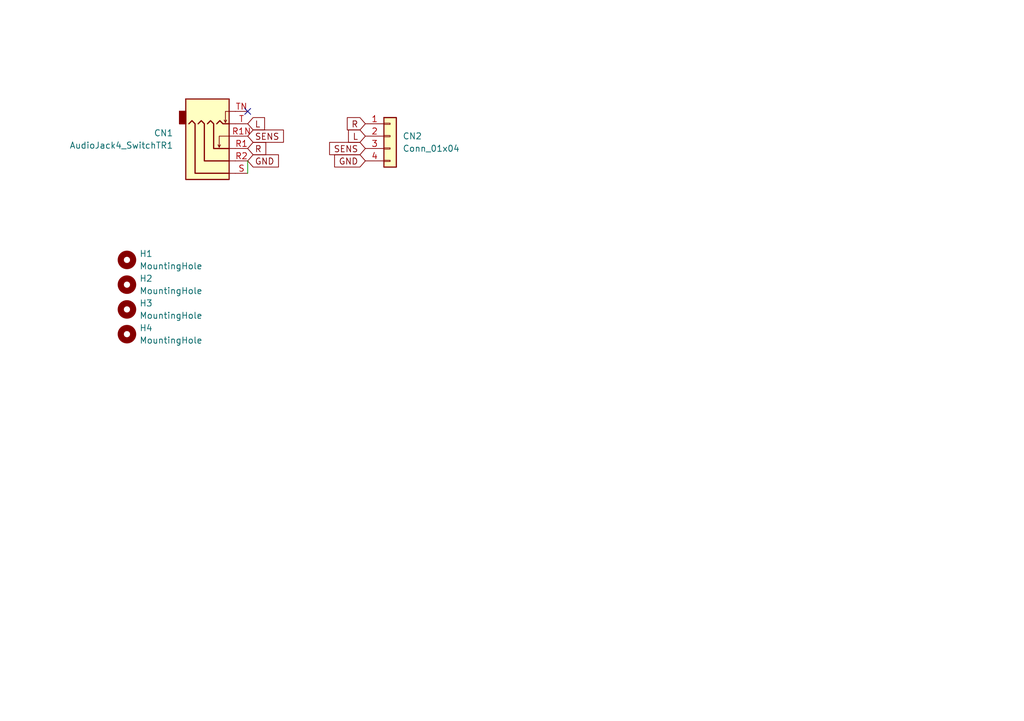
<source format=kicad_sch>
(kicad_sch (version 20231120) (generator "eeschema") (generator_version "8.0")
  (paper "A5")
  (lib_symbols
    (symbol "Connector:AudioJack4_SwitchTR1"
      (property "Reference" "J" (at 0 11.43 0))
      (property "Value" "AudioJack4_SwitchTR1" (at 0 8.89 0))
      (symbol "AudioJack4_SwitchTR1_0_1"
        (rectangle (start -7.62 -5.08) (end -8.89 -7.62) (stroke (width 0.254)) (fill (type outline)))
        (polyline (pts (xy 1.27 -5.08) (xy 2.54 -5.08)))
        (polyline (pts (xy 1.27 2.54) (xy 2.54 2.54)))
        (polyline (pts (xy 2.54 0) (xy 1.27 0)))
        (polyline (pts (xy 2.54 5.08) (xy 1.27 5.08)))
        (rectangle (start 1.27 6.35) (end -7.62 -10.16) (stroke (width 0.254)) (fill (type background)))
      )
      (symbol "AudioJack4_SwitchTR1_1_1"
        (polyline (pts (xy -0.762 -0.254) (xy -0.508 -0.762)))
        (polyline (pts (xy 0.508 -5.334) (xy 0.762 -5.842)))
        (polyline (pts (xy -1.27 -5.08) (xy -0.635 -5.715) (xy 0 -5.08) (xy 1.27 -5.08)) (stroke (width 0.254)))
        (polyline (pts (xy 2.54 -7.62) (xy 0.508 -7.62) (xy 0.508 -5.334) (xy 0.254 -5.842)))
        (polyline (pts (xy 2.54 -2.54) (xy -0.762 -2.54) (xy -0.762 -0.254) (xy -1.016 -0.762)))
        (polyline (pts (xy -3.175 -5.08) (xy -2.54 -5.715) (xy -1.905 -5.08) (xy -1.905 0) (xy 1.27 0)) (stroke (width 0.254)))
        (polyline (pts (xy 1.27 2.54) (xy -3.81 2.54) (xy -3.81 -5.08) (xy -4.445 -5.715) (xy -5.08 -5.08)) (stroke (width 0.254)))
        (polyline (pts (xy 1.27 5.08) (xy -5.715 5.08) (xy -5.715 -5.08) (xy -6.35 -5.715) (xy -6.985 -5.08)) (stroke (width 0.254)))
        (pin passive line (at 5.08 0 180) (length 2.54) (name "~") (number "R1"))
        (pin passive line (at 5.08 -2.54 180) (length 2.54) (name "~") (number "R1N"))
        (pin passive line (at 5.08 2.54 180) (length 2.54) (name "~") (number "R2"))
        (pin passive line (at 5.08 5.08 180) (length 2.54) (name "~") (number "S"))
        (pin passive line (at 5.08 -5.08 180) (length 2.54) (name "~") (number "T"))
        (pin passive line (at 5.08 -7.62 180) (length 2.54) (name "~") (number "TN"))
      )
    )
    (symbol "Connector_Generic:Conn_01x04" (pin_names (offset 1.016) hide)
      (property "Reference" "J" (at 0 5.08 0))
      (property "Value" "Conn_01x04" (at 0 -7.62 0))
      (symbol "Conn_01x04_1_1"
        (rectangle (start -1.27 -4.953) (end 0 -5.207) (stroke (width 0.1524)))
        (rectangle (start -1.27 -2.413) (end 0 -2.667) (stroke (width 0.1524)))
        (rectangle (start -1.27 0.127) (end 0 -0.127) (stroke (width 0.1524)))
        (rectangle (start -1.27 2.667) (end 0 2.413) (stroke (width 0.1524)))
        (rectangle (start -1.27 3.81) (end 1.27 -6.35) (stroke (width 0.254)) (fill (type background)))
        (pin passive line (at -5.08 2.54 0) (length 3.81) (name "Pin_1") (number "1"))
        (pin passive line (at -5.08 0 0) (length 3.81) (name "Pin_2") (number "2"))
        (pin passive line (at -5.08 -2.54 0) (length 3.81) (name "Pin_3") (number "3"))
        (pin passive line (at -5.08 -5.08 0) (length 3.81) (name "Pin_4") (number "4"))
      )
    )
    (symbol "Mechanical:MountingHole" (pin_names (offset 1.016))
      (property "Reference" "H" (at 0 5.08 0))
      (property "Value" "MountingHole" (at 0 3.175 0))
      (symbol "MountingHole_0_1"
        (circle (center 0 0) (radius 1.27) (stroke (width 1.27)))
      )
    )
  )
  (no_connect (at 50.8 22.86))
  (wire (pts (xy 50.8 33.02) (xy 50.8 35.56)))
  (global_label "L" (shape input) (at 50.8 25.4 0) (property "Intersheetrefs" "${INTERSHEET_REFS}" (effects (hide yes))))
  (global_label "GND" (shape input) (at 74.93 33.02 180) (property "Intersheetrefs" "${INTERSHEET_REFS}" (effects (hide yes))))
  (global_label "L" (shape input) (at 74.93 27.94 180) (property "Intersheetrefs" "${INTERSHEET_REFS}" (effects (hide yes))))
  (global_label "SENS" (shape input) (at 50.8 27.94 0) (property "Intersheetrefs" "${INTERSHEET_REFS}" (effects (hide yes))))
  (global_label "SENS" (shape input) (at 74.93 30.48 180) (property "Intersheetrefs" "${INTERSHEET_REFS}" (effects (hide yes))))
  (global_label "GND" (shape input) (at 50.8 33.02 0) (property "Intersheetrefs" "${INTERSHEET_REFS}" (effects (hide yes))))
  (global_label "R" (shape input) (at 74.93 25.4 180) (property "Intersheetrefs" "${INTERSHEET_REFS}" (effects (hide yes))))
  (global_label "R" (shape input) (at 50.8 30.48 0) (property "Intersheetrefs" "${INTERSHEET_REFS}" (effects (hide yes))))
  (symbol (lib_id "Mechanical:MountingHole") (at 26.035 53.34 0) (unit 1)
    (property "Reference" "H1" (at 28.575 52.0699 0) (effects (justify left)))
    (property "Value" "MountingHole" (at 28.575 54.6099 0) (effects (justify left)))
    (property "Footprint" "MountingHole:MountingHole_3.5mm" (effects (hide yes)))
  )
  (symbol (lib_id "Connector_Generic:Conn_01x04") (at 80.01 27.94 0) (unit 1)
    (property "Reference" "CN2" (at 82.55 27.9399 0) (effects (justify left)))
    (property "Value" "Conn_01x04" (at 82.55 30.4799 0) (effects (justify left)))
    (property "Footprint" "Connector_JST:JST_XH_S4B-XH-A_1x04_P2.50mm_Horizontal" (effects (hide yes)))
  )
  (symbol (lib_id "Mechanical:MountingHole") (at 26.035 58.42 0) (unit 1)
    (property "Reference" "H2" (at 28.575 57.1499 0) (effects (justify left)))
    (property "Value" "MountingHole" (at 28.575 59.6899 0) (effects (justify left)))
    (property "Footprint" "MountingHole:MountingHole_3.5mm" (effects (hide yes)))
  )
  (symbol (lib_id "Connector:AudioJack4_SwitchTR1") (at 45.72 30.48 0) (mirror x) (unit 1)
    (property "Reference" "CN1" (at 35.56 27.3049 0) (effects (justify right)))
    (property "Value" "AudioJack4_SwitchTR1" (at 35.56 29.8449 0) (effects (justify right)))
    (property "Footprint" "SDVX-aux-board:PJ-3910-7A" (effects (hide yes)))
  )
  (symbol (lib_id "Mechanical:MountingHole") (at 26.035 63.5 0) (unit 1)
    (property "Reference" "H3" (at 28.575 62.2299 0) (effects (justify left)))
    (property "Value" "MountingHole" (at 28.575 64.7699 0) (effects (justify left)))
    (property "Footprint" "MountingHole:MountingHole_3.5mm" (effects (hide yes)))
  )
  (symbol (lib_id "Mechanical:MountingHole") (at 26.035 68.58 0) (unit 1)
    (property "Reference" "H4" (at 28.575 67.3099 0) (effects (justify left)))
    (property "Value" "MountingHole" (at 28.575 69.8499 0) (effects (justify left)))
    (property "Footprint" "MountingHole:MountingHole_3.5mm" (effects (hide yes)))
  )
)
</source>
